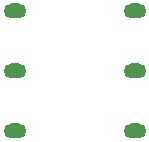
<source format=gbl>
G04*
G04 #@! TF.GenerationSoftware,Altium Limited,Altium Designer,24.6.1 (21)*
G04*
G04 Layer_Physical_Order=2*
G04 Layer_Color=11436288*
%FSLAX25Y25*%
%MOIN*%
G70*
G04*
G04 #@! TF.SameCoordinates,92C08AAC-CC59-47DC-8000-F7C2F8DBA572*
G04*
G04*
G04 #@! TF.FilePolarity,Positive*
G04*
G01*
G75*
%ADD24O,0.07500X0.05000*%
D24*
X5000Y5000D02*
D03*
X45000Y45000D02*
D03*
X5000D02*
D03*
X45000Y5000D02*
D03*
X5000Y25000D02*
D03*
X45000D02*
D03*
M02*

</source>
